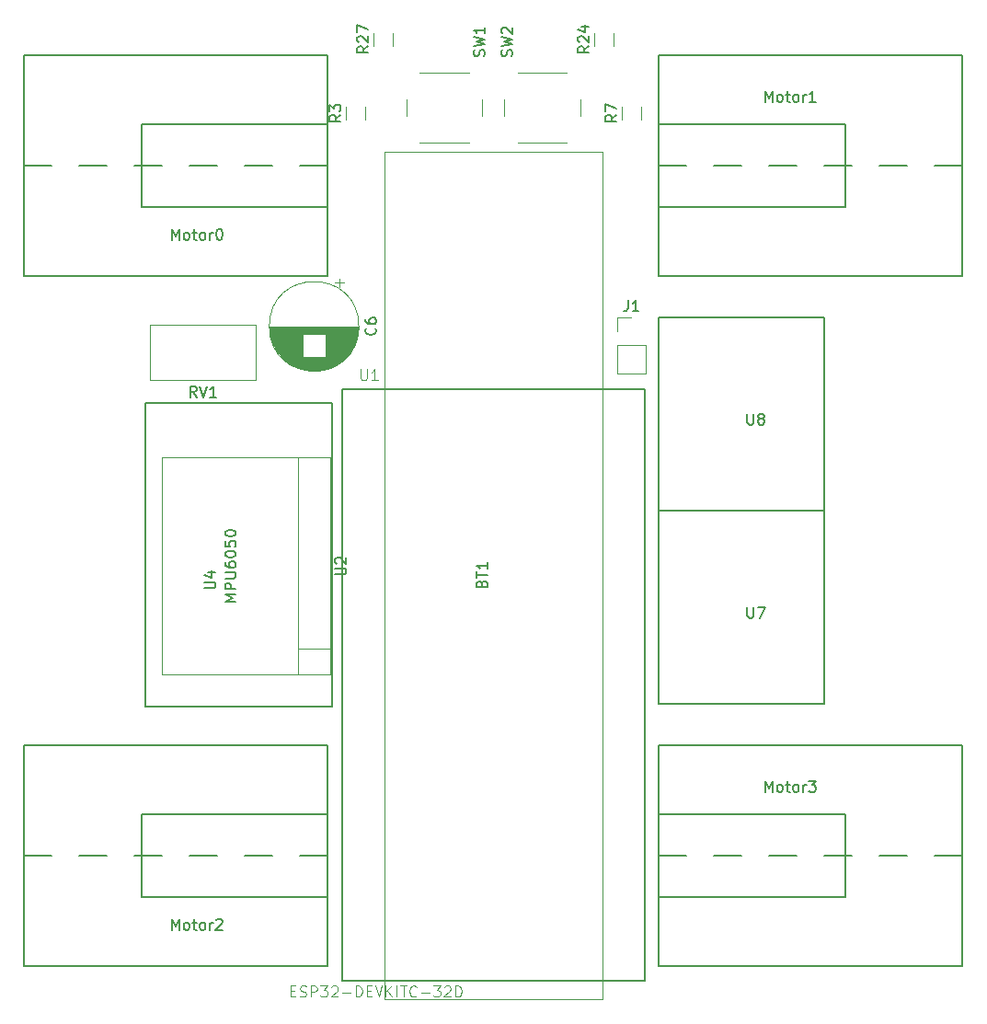
<source format=gbr>
G04 #@! TF.GenerationSoftware,KiCad,Pcbnew,(5.1.5)-3*
G04 #@! TF.CreationDate,2020-03-20T16:20:26+01:00*
G04 #@! TF.ProjectId,SmootherBoard,536d6f6f-7468-4657-9242-6f6172642e6b,rev?*
G04 #@! TF.SameCoordinates,Original*
G04 #@! TF.FileFunction,Legend,Top*
G04 #@! TF.FilePolarity,Positive*
%FSLAX46Y46*%
G04 Gerber Fmt 4.6, Leading zero omitted, Abs format (unit mm)*
G04 Created by KiCad (PCBNEW (5.1.5)-3) date 2020-03-20 16:20:26*
%MOMM*%
%LPD*%
G04 APERTURE LIST*
%ADD10C,0.120000*%
%ADD11C,0.150000*%
%ADD12C,0.127000*%
%ADD13C,0.050000*%
G04 APERTURE END LIST*
D10*
X213300000Y-86300000D02*
X214630000Y-86300000D01*
X213300000Y-87630000D02*
X213300000Y-86300000D01*
X213300000Y-88900000D02*
X215960000Y-88900000D01*
X215960000Y-88900000D02*
X215960000Y-91500000D01*
X213300000Y-88900000D02*
X213300000Y-91500000D01*
X213300000Y-91500000D02*
X215960000Y-91500000D01*
D11*
X242570000Y-135890000D02*
X245110000Y-135890000D01*
X237490000Y-135890000D02*
X240030000Y-135890000D01*
X232410000Y-135890000D02*
X234950000Y-135890000D01*
X227330000Y-135890000D02*
X229870000Y-135890000D01*
X222250000Y-135890000D02*
X224790000Y-135890000D01*
X217170000Y-135890000D02*
X219710000Y-135890000D01*
X245110000Y-146050000D02*
X217170000Y-146050000D01*
X245110000Y-125730000D02*
X245110000Y-146050000D01*
X217170000Y-125730000D02*
X245110000Y-125730000D01*
X217170000Y-125730000D02*
X217170000Y-146050000D01*
X217170000Y-139065000D02*
X217170000Y-132080000D01*
X234315000Y-139700000D02*
X217170000Y-139700000D01*
X234315000Y-132080000D02*
X234315000Y-139700000D01*
X217170000Y-132080000D02*
X234315000Y-132080000D01*
X161290000Y-135890000D02*
X158750000Y-135890000D01*
X166370000Y-135890000D02*
X163830000Y-135890000D01*
X171450000Y-135890000D02*
X168910000Y-135890000D01*
X176530000Y-135890000D02*
X173990000Y-135890000D01*
X181610000Y-135890000D02*
X179070000Y-135890000D01*
X186690000Y-135890000D02*
X184150000Y-135890000D01*
X158750000Y-125730000D02*
X186690000Y-125730000D01*
X158750000Y-146050000D02*
X158750000Y-125730000D01*
X186690000Y-146050000D02*
X158750000Y-146050000D01*
X186690000Y-146050000D02*
X186690000Y-125730000D01*
X186690000Y-132715000D02*
X186690000Y-139700000D01*
X169545000Y-132080000D02*
X186690000Y-132080000D01*
X169545000Y-139700000D02*
X169545000Y-132080000D01*
X186690000Y-139700000D02*
X169545000Y-139700000D01*
X242570000Y-72390000D02*
X245110000Y-72390000D01*
X237490000Y-72390000D02*
X240030000Y-72390000D01*
X232410000Y-72390000D02*
X234950000Y-72390000D01*
X227330000Y-72390000D02*
X229870000Y-72390000D01*
X222250000Y-72390000D02*
X224790000Y-72390000D01*
X217170000Y-72390000D02*
X219710000Y-72390000D01*
X245110000Y-82550000D02*
X217170000Y-82550000D01*
X245110000Y-62230000D02*
X245110000Y-82550000D01*
X217170000Y-62230000D02*
X245110000Y-62230000D01*
X217170000Y-62230000D02*
X217170000Y-82550000D01*
X217170000Y-75565000D02*
X217170000Y-68580000D01*
X234315000Y-76200000D02*
X217170000Y-76200000D01*
X234315000Y-68580000D02*
X234315000Y-76200000D01*
X217170000Y-68580000D02*
X234315000Y-68580000D01*
X161290000Y-72390000D02*
X158750000Y-72390000D01*
X166370000Y-72390000D02*
X163830000Y-72390000D01*
X171450000Y-72390000D02*
X168910000Y-72390000D01*
X176530000Y-72390000D02*
X173990000Y-72390000D01*
X181610000Y-72390000D02*
X179070000Y-72390000D01*
X186690000Y-72390000D02*
X184150000Y-72390000D01*
X158750000Y-62230000D02*
X186690000Y-62230000D01*
X158750000Y-82550000D02*
X158750000Y-62230000D01*
X186690000Y-82550000D02*
X158750000Y-82550000D01*
X186690000Y-82550000D02*
X186690000Y-62230000D01*
X186690000Y-69215000D02*
X186690000Y-76200000D01*
X169545000Y-68580000D02*
X186690000Y-68580000D01*
X169545000Y-76200000D02*
X169545000Y-68580000D01*
X186690000Y-76200000D02*
X169545000Y-76200000D01*
D10*
X188135000Y-83140302D02*
X187335000Y-83140302D01*
X187735000Y-82740302D02*
X187735000Y-83540302D01*
X185953000Y-91231000D02*
X184887000Y-91231000D01*
X186188000Y-91191000D02*
X184652000Y-91191000D01*
X186368000Y-91151000D02*
X184472000Y-91151000D01*
X186518000Y-91111000D02*
X184322000Y-91111000D01*
X186649000Y-91071000D02*
X184191000Y-91071000D01*
X186766000Y-91031000D02*
X184074000Y-91031000D01*
X186873000Y-90991000D02*
X183967000Y-90991000D01*
X186972000Y-90951000D02*
X183868000Y-90951000D01*
X187065000Y-90911000D02*
X183775000Y-90911000D01*
X187151000Y-90871000D02*
X183689000Y-90871000D01*
X187233000Y-90831000D02*
X183607000Y-90831000D01*
X187310000Y-90791000D02*
X183530000Y-90791000D01*
X187384000Y-90751000D02*
X183456000Y-90751000D01*
X187454000Y-90711000D02*
X183386000Y-90711000D01*
X187522000Y-90671000D02*
X183318000Y-90671000D01*
X187586000Y-90631000D02*
X183254000Y-90631000D01*
X187648000Y-90591000D02*
X183192000Y-90591000D01*
X187707000Y-90551000D02*
X183133000Y-90551000D01*
X187765000Y-90511000D02*
X183075000Y-90511000D01*
X187820000Y-90471000D02*
X183020000Y-90471000D01*
X187874000Y-90431000D02*
X182966000Y-90431000D01*
X187925000Y-90391000D02*
X182915000Y-90391000D01*
X187976000Y-90351000D02*
X182864000Y-90351000D01*
X188024000Y-90311000D02*
X182816000Y-90311000D01*
X188071000Y-90271000D02*
X182769000Y-90271000D01*
X188117000Y-90231000D02*
X182723000Y-90231000D01*
X188161000Y-90191000D02*
X182679000Y-90191000D01*
X188204000Y-90151000D02*
X182636000Y-90151000D01*
X188246000Y-90111000D02*
X182594000Y-90111000D01*
X188287000Y-90071000D02*
X182553000Y-90071000D01*
X188327000Y-90031000D02*
X182513000Y-90031000D01*
X188365000Y-89991000D02*
X182475000Y-89991000D01*
X188403000Y-89951000D02*
X182437000Y-89951000D01*
X184380000Y-89911000D02*
X182401000Y-89911000D01*
X188439000Y-89911000D02*
X186460000Y-89911000D01*
X184380000Y-89871000D02*
X182365000Y-89871000D01*
X188475000Y-89871000D02*
X186460000Y-89871000D01*
X184380000Y-89831000D02*
X182330000Y-89831000D01*
X188510000Y-89831000D02*
X186460000Y-89831000D01*
X184380000Y-89791000D02*
X182296000Y-89791000D01*
X188544000Y-89791000D02*
X186460000Y-89791000D01*
X184380000Y-89751000D02*
X182264000Y-89751000D01*
X188576000Y-89751000D02*
X186460000Y-89751000D01*
X184380000Y-89711000D02*
X182231000Y-89711000D01*
X188609000Y-89711000D02*
X186460000Y-89711000D01*
X184380000Y-89671000D02*
X182200000Y-89671000D01*
X188640000Y-89671000D02*
X186460000Y-89671000D01*
X184380000Y-89631000D02*
X182170000Y-89631000D01*
X188670000Y-89631000D02*
X186460000Y-89631000D01*
X184380000Y-89591000D02*
X182140000Y-89591000D01*
X188700000Y-89591000D02*
X186460000Y-89591000D01*
X184380000Y-89551000D02*
X182111000Y-89551000D01*
X188729000Y-89551000D02*
X186460000Y-89551000D01*
X184380000Y-89511000D02*
X182082000Y-89511000D01*
X188758000Y-89511000D02*
X186460000Y-89511000D01*
X184380000Y-89471000D02*
X182055000Y-89471000D01*
X188785000Y-89471000D02*
X186460000Y-89471000D01*
X184380000Y-89431000D02*
X182028000Y-89431000D01*
X188812000Y-89431000D02*
X186460000Y-89431000D01*
X184380000Y-89391000D02*
X182002000Y-89391000D01*
X188838000Y-89391000D02*
X186460000Y-89391000D01*
X184380000Y-89351000D02*
X181976000Y-89351000D01*
X188864000Y-89351000D02*
X186460000Y-89351000D01*
X184380000Y-89311000D02*
X181951000Y-89311000D01*
X188889000Y-89311000D02*
X186460000Y-89311000D01*
X184380000Y-89271000D02*
X181927000Y-89271000D01*
X188913000Y-89271000D02*
X186460000Y-89271000D01*
X184380000Y-89231000D02*
X181903000Y-89231000D01*
X188937000Y-89231000D02*
X186460000Y-89231000D01*
X184380000Y-89191000D02*
X181880000Y-89191000D01*
X188960000Y-89191000D02*
X186460000Y-89191000D01*
X184380000Y-89151000D02*
X181858000Y-89151000D01*
X188982000Y-89151000D02*
X186460000Y-89151000D01*
X184380000Y-89111000D02*
X181836000Y-89111000D01*
X189004000Y-89111000D02*
X186460000Y-89111000D01*
X184380000Y-89071000D02*
X181814000Y-89071000D01*
X189026000Y-89071000D02*
X186460000Y-89071000D01*
X184380000Y-89031000D02*
X181793000Y-89031000D01*
X189047000Y-89031000D02*
X186460000Y-89031000D01*
X184380000Y-88991000D02*
X181773000Y-88991000D01*
X189067000Y-88991000D02*
X186460000Y-88991000D01*
X184380000Y-88951000D02*
X181754000Y-88951000D01*
X189086000Y-88951000D02*
X186460000Y-88951000D01*
X184380000Y-88911000D02*
X181734000Y-88911000D01*
X189106000Y-88911000D02*
X186460000Y-88911000D01*
X184380000Y-88871000D02*
X181716000Y-88871000D01*
X189124000Y-88871000D02*
X186460000Y-88871000D01*
X184380000Y-88831000D02*
X181698000Y-88831000D01*
X189142000Y-88831000D02*
X186460000Y-88831000D01*
X184380000Y-88791000D02*
X181680000Y-88791000D01*
X189160000Y-88791000D02*
X186460000Y-88791000D01*
X184380000Y-88751000D02*
X181663000Y-88751000D01*
X189177000Y-88751000D02*
X186460000Y-88751000D01*
X184380000Y-88711000D02*
X181646000Y-88711000D01*
X189194000Y-88711000D02*
X186460000Y-88711000D01*
X184380000Y-88671000D02*
X181630000Y-88671000D01*
X189210000Y-88671000D02*
X186460000Y-88671000D01*
X184380000Y-88631000D02*
X181615000Y-88631000D01*
X189225000Y-88631000D02*
X186460000Y-88631000D01*
X184380000Y-88591000D02*
X181599000Y-88591000D01*
X189241000Y-88591000D02*
X186460000Y-88591000D01*
X184380000Y-88551000D02*
X181585000Y-88551000D01*
X189255000Y-88551000D02*
X186460000Y-88551000D01*
X184380000Y-88511000D02*
X181570000Y-88511000D01*
X189270000Y-88511000D02*
X186460000Y-88511000D01*
X184380000Y-88471000D02*
X181557000Y-88471000D01*
X189283000Y-88471000D02*
X186460000Y-88471000D01*
X184380000Y-88431000D02*
X181543000Y-88431000D01*
X189297000Y-88431000D02*
X186460000Y-88431000D01*
X184380000Y-88391000D02*
X181531000Y-88391000D01*
X189309000Y-88391000D02*
X186460000Y-88391000D01*
X184380000Y-88351000D02*
X181518000Y-88351000D01*
X189322000Y-88351000D02*
X186460000Y-88351000D01*
X184380000Y-88311000D02*
X181506000Y-88311000D01*
X189334000Y-88311000D02*
X186460000Y-88311000D01*
X184380000Y-88271000D02*
X181495000Y-88271000D01*
X189345000Y-88271000D02*
X186460000Y-88271000D01*
X184380000Y-88231000D02*
X181484000Y-88231000D01*
X189356000Y-88231000D02*
X186460000Y-88231000D01*
X184380000Y-88191000D02*
X181473000Y-88191000D01*
X189367000Y-88191000D02*
X186460000Y-88191000D01*
X184380000Y-88151000D02*
X181463000Y-88151000D01*
X189377000Y-88151000D02*
X186460000Y-88151000D01*
X184380000Y-88111000D02*
X181453000Y-88111000D01*
X189387000Y-88111000D02*
X186460000Y-88111000D01*
X184380000Y-88071000D02*
X181444000Y-88071000D01*
X189396000Y-88071000D02*
X186460000Y-88071000D01*
X184380000Y-88031000D02*
X181435000Y-88031000D01*
X189405000Y-88031000D02*
X186460000Y-88031000D01*
X184380000Y-87991000D02*
X181426000Y-87991000D01*
X189414000Y-87991000D02*
X186460000Y-87991000D01*
X184380000Y-87951000D02*
X181418000Y-87951000D01*
X189422000Y-87951000D02*
X186460000Y-87951000D01*
X184380000Y-87911000D02*
X181410000Y-87911000D01*
X189430000Y-87911000D02*
X186460000Y-87911000D01*
X184380000Y-87871000D02*
X181403000Y-87871000D01*
X189437000Y-87871000D02*
X186460000Y-87871000D01*
X189444000Y-87830000D02*
X181396000Y-87830000D01*
X189450000Y-87790000D02*
X181390000Y-87790000D01*
X189457000Y-87750000D02*
X181383000Y-87750000D01*
X189462000Y-87710000D02*
X181378000Y-87710000D01*
X189468000Y-87670000D02*
X181372000Y-87670000D01*
X189472000Y-87630000D02*
X181368000Y-87630000D01*
X189477000Y-87590000D02*
X181363000Y-87590000D01*
X189481000Y-87550000D02*
X181359000Y-87550000D01*
X189485000Y-87510000D02*
X181355000Y-87510000D01*
X189488000Y-87470000D02*
X181352000Y-87470000D01*
X189491000Y-87430000D02*
X181349000Y-87430000D01*
X189494000Y-87390000D02*
X181346000Y-87390000D01*
X189496000Y-87350000D02*
X181344000Y-87350000D01*
X189497000Y-87310000D02*
X181343000Y-87310000D01*
X189499000Y-87270000D02*
X181341000Y-87270000D01*
X189500000Y-87230000D02*
X181340000Y-87230000D01*
X189500000Y-87190000D02*
X181340000Y-87190000D01*
X189500000Y-87150000D02*
X181340000Y-87150000D01*
X189540000Y-87150000D02*
G75*
G03X189540000Y-87150000I-4120000J0D01*
G01*
D12*
X215880000Y-147340000D02*
X187980000Y-147340000D01*
X215880000Y-92940000D02*
X215880000Y-147340000D01*
X187980000Y-92940000D02*
X215880000Y-92940000D01*
X187980000Y-147340000D02*
X187980000Y-92940000D01*
D10*
X192680000Y-61344564D02*
X192680000Y-60140436D01*
X190860000Y-61344564D02*
X190860000Y-60140436D01*
X213000000Y-61344564D02*
X213000000Y-60140436D01*
X211180000Y-61344564D02*
X211180000Y-60140436D01*
D11*
X232410000Y-86360000D02*
X217170000Y-86360000D01*
X232410000Y-104140000D02*
X232410000Y-86360000D01*
X217170000Y-104140000D02*
X232410000Y-104140000D01*
X217170000Y-86360000D02*
X217170000Y-104140000D01*
X232410000Y-104140000D02*
X217170000Y-104140000D01*
X232410000Y-121920000D02*
X232410000Y-104140000D01*
X217170000Y-121920000D02*
X232410000Y-121920000D01*
X217170000Y-104140000D02*
X217170000Y-121920000D01*
X187071000Y-122174000D02*
X169926000Y-122174000D01*
X187071000Y-94234000D02*
X187071000Y-122174000D01*
X169926000Y-94234000D02*
X187071000Y-94234000D01*
X169926000Y-122174000D02*
X169926000Y-94234000D01*
D10*
X171420000Y-119210000D02*
X183920000Y-119210000D01*
X183920000Y-99230000D02*
X171420000Y-99230000D01*
X183920000Y-116840000D02*
X183920000Y-99230000D01*
X183920000Y-119210000D02*
X183920000Y-116840000D01*
X183920000Y-116840000D02*
X186920000Y-116840000D01*
X186920000Y-119210000D02*
X183920000Y-119210000D01*
X186920000Y-99230000D02*
X186920000Y-119210000D01*
X183920000Y-99230000D02*
X186920000Y-99230000D01*
X171420000Y-119210000D02*
X171420000Y-99230000D01*
X209950000Y-67770000D02*
X209950000Y-66270000D01*
X208700000Y-63770000D02*
X204200000Y-63770000D01*
X202950000Y-66270000D02*
X202950000Y-67770000D01*
X204200000Y-70270000D02*
X208700000Y-70270000D01*
X200910000Y-67770000D02*
X200910000Y-66270000D01*
X199660000Y-63770000D02*
X195160000Y-63770000D01*
X193910000Y-66270000D02*
X193910000Y-67770000D01*
X195160000Y-70270000D02*
X199660000Y-70270000D01*
X170310000Y-92075000D02*
X170310000Y-87005000D01*
X180080000Y-92075000D02*
X180080000Y-87005000D01*
X180080000Y-87005000D02*
X170310000Y-87005000D01*
X180080000Y-92075000D02*
X170310000Y-92075000D01*
X215540000Y-68129564D02*
X215540000Y-66925436D01*
X213720000Y-68129564D02*
X213720000Y-66925436D01*
X190140000Y-68129564D02*
X190140000Y-66925436D01*
X188320000Y-68129564D02*
X188320000Y-66925436D01*
X211980000Y-71050000D02*
X211980000Y-149050000D01*
X211980000Y-149050000D02*
X191880000Y-149050000D01*
X191880000Y-149050000D02*
X191880000Y-71050000D01*
X191880000Y-71050000D02*
X211980000Y-71050000D01*
D11*
X214296666Y-84752380D02*
X214296666Y-85466666D01*
X214249047Y-85609523D01*
X214153809Y-85704761D01*
X214010952Y-85752380D01*
X213915714Y-85752380D01*
X215296666Y-85752380D02*
X214725238Y-85752380D01*
X215010952Y-85752380D02*
X215010952Y-84752380D01*
X214915714Y-84895238D01*
X214820476Y-84990476D01*
X214725238Y-85038095D01*
X226925476Y-129992380D02*
X226925476Y-128992380D01*
X227258809Y-129706666D01*
X227592142Y-128992380D01*
X227592142Y-129992380D01*
X228211190Y-129992380D02*
X228115952Y-129944761D01*
X228068333Y-129897142D01*
X228020714Y-129801904D01*
X228020714Y-129516190D01*
X228068333Y-129420952D01*
X228115952Y-129373333D01*
X228211190Y-129325714D01*
X228354047Y-129325714D01*
X228449285Y-129373333D01*
X228496904Y-129420952D01*
X228544523Y-129516190D01*
X228544523Y-129801904D01*
X228496904Y-129897142D01*
X228449285Y-129944761D01*
X228354047Y-129992380D01*
X228211190Y-129992380D01*
X228830238Y-129325714D02*
X229211190Y-129325714D01*
X228973095Y-128992380D02*
X228973095Y-129849523D01*
X229020714Y-129944761D01*
X229115952Y-129992380D01*
X229211190Y-129992380D01*
X229687380Y-129992380D02*
X229592142Y-129944761D01*
X229544523Y-129897142D01*
X229496904Y-129801904D01*
X229496904Y-129516190D01*
X229544523Y-129420952D01*
X229592142Y-129373333D01*
X229687380Y-129325714D01*
X229830238Y-129325714D01*
X229925476Y-129373333D01*
X229973095Y-129420952D01*
X230020714Y-129516190D01*
X230020714Y-129801904D01*
X229973095Y-129897142D01*
X229925476Y-129944761D01*
X229830238Y-129992380D01*
X229687380Y-129992380D01*
X230449285Y-129992380D02*
X230449285Y-129325714D01*
X230449285Y-129516190D02*
X230496904Y-129420952D01*
X230544523Y-129373333D01*
X230639761Y-129325714D01*
X230735000Y-129325714D01*
X230973095Y-128992380D02*
X231592142Y-128992380D01*
X231258809Y-129373333D01*
X231401666Y-129373333D01*
X231496904Y-129420952D01*
X231544523Y-129468571D01*
X231592142Y-129563809D01*
X231592142Y-129801904D01*
X231544523Y-129897142D01*
X231496904Y-129944761D01*
X231401666Y-129992380D01*
X231115952Y-129992380D01*
X231020714Y-129944761D01*
X230973095Y-129897142D01*
X172315476Y-142692380D02*
X172315476Y-141692380D01*
X172648809Y-142406666D01*
X172982142Y-141692380D01*
X172982142Y-142692380D01*
X173601190Y-142692380D02*
X173505952Y-142644761D01*
X173458333Y-142597142D01*
X173410714Y-142501904D01*
X173410714Y-142216190D01*
X173458333Y-142120952D01*
X173505952Y-142073333D01*
X173601190Y-142025714D01*
X173744047Y-142025714D01*
X173839285Y-142073333D01*
X173886904Y-142120952D01*
X173934523Y-142216190D01*
X173934523Y-142501904D01*
X173886904Y-142597142D01*
X173839285Y-142644761D01*
X173744047Y-142692380D01*
X173601190Y-142692380D01*
X174220238Y-142025714D02*
X174601190Y-142025714D01*
X174363095Y-141692380D02*
X174363095Y-142549523D01*
X174410714Y-142644761D01*
X174505952Y-142692380D01*
X174601190Y-142692380D01*
X175077380Y-142692380D02*
X174982142Y-142644761D01*
X174934523Y-142597142D01*
X174886904Y-142501904D01*
X174886904Y-142216190D01*
X174934523Y-142120952D01*
X174982142Y-142073333D01*
X175077380Y-142025714D01*
X175220238Y-142025714D01*
X175315476Y-142073333D01*
X175363095Y-142120952D01*
X175410714Y-142216190D01*
X175410714Y-142501904D01*
X175363095Y-142597142D01*
X175315476Y-142644761D01*
X175220238Y-142692380D01*
X175077380Y-142692380D01*
X175839285Y-142692380D02*
X175839285Y-142025714D01*
X175839285Y-142216190D02*
X175886904Y-142120952D01*
X175934523Y-142073333D01*
X176029761Y-142025714D01*
X176125000Y-142025714D01*
X176410714Y-141787619D02*
X176458333Y-141740000D01*
X176553571Y-141692380D01*
X176791666Y-141692380D01*
X176886904Y-141740000D01*
X176934523Y-141787619D01*
X176982142Y-141882857D01*
X176982142Y-141978095D01*
X176934523Y-142120952D01*
X176363095Y-142692380D01*
X176982142Y-142692380D01*
X226925476Y-66492380D02*
X226925476Y-65492380D01*
X227258809Y-66206666D01*
X227592142Y-65492380D01*
X227592142Y-66492380D01*
X228211190Y-66492380D02*
X228115952Y-66444761D01*
X228068333Y-66397142D01*
X228020714Y-66301904D01*
X228020714Y-66016190D01*
X228068333Y-65920952D01*
X228115952Y-65873333D01*
X228211190Y-65825714D01*
X228354047Y-65825714D01*
X228449285Y-65873333D01*
X228496904Y-65920952D01*
X228544523Y-66016190D01*
X228544523Y-66301904D01*
X228496904Y-66397142D01*
X228449285Y-66444761D01*
X228354047Y-66492380D01*
X228211190Y-66492380D01*
X228830238Y-65825714D02*
X229211190Y-65825714D01*
X228973095Y-65492380D02*
X228973095Y-66349523D01*
X229020714Y-66444761D01*
X229115952Y-66492380D01*
X229211190Y-66492380D01*
X229687380Y-66492380D02*
X229592142Y-66444761D01*
X229544523Y-66397142D01*
X229496904Y-66301904D01*
X229496904Y-66016190D01*
X229544523Y-65920952D01*
X229592142Y-65873333D01*
X229687380Y-65825714D01*
X229830238Y-65825714D01*
X229925476Y-65873333D01*
X229973095Y-65920952D01*
X230020714Y-66016190D01*
X230020714Y-66301904D01*
X229973095Y-66397142D01*
X229925476Y-66444761D01*
X229830238Y-66492380D01*
X229687380Y-66492380D01*
X230449285Y-66492380D02*
X230449285Y-65825714D01*
X230449285Y-66016190D02*
X230496904Y-65920952D01*
X230544523Y-65873333D01*
X230639761Y-65825714D01*
X230735000Y-65825714D01*
X231592142Y-66492380D02*
X231020714Y-66492380D01*
X231306428Y-66492380D02*
X231306428Y-65492380D01*
X231211190Y-65635238D01*
X231115952Y-65730476D01*
X231020714Y-65778095D01*
X172315476Y-79192380D02*
X172315476Y-78192380D01*
X172648809Y-78906666D01*
X172982142Y-78192380D01*
X172982142Y-79192380D01*
X173601190Y-79192380D02*
X173505952Y-79144761D01*
X173458333Y-79097142D01*
X173410714Y-79001904D01*
X173410714Y-78716190D01*
X173458333Y-78620952D01*
X173505952Y-78573333D01*
X173601190Y-78525714D01*
X173744047Y-78525714D01*
X173839285Y-78573333D01*
X173886904Y-78620952D01*
X173934523Y-78716190D01*
X173934523Y-79001904D01*
X173886904Y-79097142D01*
X173839285Y-79144761D01*
X173744047Y-79192380D01*
X173601190Y-79192380D01*
X174220238Y-78525714D02*
X174601190Y-78525714D01*
X174363095Y-78192380D02*
X174363095Y-79049523D01*
X174410714Y-79144761D01*
X174505952Y-79192380D01*
X174601190Y-79192380D01*
X175077380Y-79192380D02*
X174982142Y-79144761D01*
X174934523Y-79097142D01*
X174886904Y-79001904D01*
X174886904Y-78716190D01*
X174934523Y-78620952D01*
X174982142Y-78573333D01*
X175077380Y-78525714D01*
X175220238Y-78525714D01*
X175315476Y-78573333D01*
X175363095Y-78620952D01*
X175410714Y-78716190D01*
X175410714Y-79001904D01*
X175363095Y-79097142D01*
X175315476Y-79144761D01*
X175220238Y-79192380D01*
X175077380Y-79192380D01*
X175839285Y-79192380D02*
X175839285Y-78525714D01*
X175839285Y-78716190D02*
X175886904Y-78620952D01*
X175934523Y-78573333D01*
X176029761Y-78525714D01*
X176125000Y-78525714D01*
X176648809Y-78192380D02*
X176744047Y-78192380D01*
X176839285Y-78240000D01*
X176886904Y-78287619D01*
X176934523Y-78382857D01*
X176982142Y-78573333D01*
X176982142Y-78811428D01*
X176934523Y-79001904D01*
X176886904Y-79097142D01*
X176839285Y-79144761D01*
X176744047Y-79192380D01*
X176648809Y-79192380D01*
X176553571Y-79144761D01*
X176505952Y-79097142D01*
X176458333Y-79001904D01*
X176410714Y-78811428D01*
X176410714Y-78573333D01*
X176458333Y-78382857D01*
X176505952Y-78287619D01*
X176553571Y-78240000D01*
X176648809Y-78192380D01*
X191027142Y-87316666D02*
X191074761Y-87364285D01*
X191122380Y-87507142D01*
X191122380Y-87602380D01*
X191074761Y-87745238D01*
X190979523Y-87840476D01*
X190884285Y-87888095D01*
X190693809Y-87935714D01*
X190550952Y-87935714D01*
X190360476Y-87888095D01*
X190265238Y-87840476D01*
X190170000Y-87745238D01*
X190122380Y-87602380D01*
X190122380Y-87507142D01*
X190170000Y-87364285D01*
X190217619Y-87316666D01*
X190122380Y-86459523D02*
X190122380Y-86650000D01*
X190170000Y-86745238D01*
X190217619Y-86792857D01*
X190360476Y-86888095D01*
X190550952Y-86935714D01*
X190931904Y-86935714D01*
X191027142Y-86888095D01*
X191074761Y-86840476D01*
X191122380Y-86745238D01*
X191122380Y-86554761D01*
X191074761Y-86459523D01*
X191027142Y-86411904D01*
X190931904Y-86364285D01*
X190693809Y-86364285D01*
X190598571Y-86411904D01*
X190550952Y-86459523D01*
X190503333Y-86554761D01*
X190503333Y-86745238D01*
X190550952Y-86840476D01*
X190598571Y-86888095D01*
X190693809Y-86935714D01*
D13*
X189703398Y-91096167D02*
X189703398Y-91906006D01*
X189751035Y-92001282D01*
X189798673Y-92048919D01*
X189893948Y-92096557D01*
X190084499Y-92096557D01*
X190179774Y-92048919D01*
X190227411Y-92001282D01*
X190275049Y-91906006D01*
X190275049Y-91096167D01*
X191275439Y-92096557D02*
X190703788Y-92096557D01*
X190989613Y-92096557D02*
X190989613Y-91096167D01*
X190894338Y-91239080D01*
X190799063Y-91334355D01*
X190703788Y-91381993D01*
X183252141Y-148312996D02*
X183585825Y-148312996D01*
X183728832Y-148837355D02*
X183252141Y-148837355D01*
X183252141Y-147836305D01*
X183728832Y-147836305D01*
X184110184Y-148789686D02*
X184253191Y-148837355D01*
X184491536Y-148837355D01*
X184586875Y-148789686D01*
X184634544Y-148742017D01*
X184682213Y-148646679D01*
X184682213Y-148551341D01*
X184634544Y-148456003D01*
X184586875Y-148408334D01*
X184491536Y-148360665D01*
X184300860Y-148312996D01*
X184205522Y-148265327D01*
X184157853Y-148217658D01*
X184110184Y-148122320D01*
X184110184Y-148026982D01*
X184157853Y-147931644D01*
X184205522Y-147883975D01*
X184300860Y-147836305D01*
X184539205Y-147836305D01*
X184682213Y-147883975D01*
X185111234Y-148837355D02*
X185111234Y-147836305D01*
X185492586Y-147836305D01*
X185587925Y-147883975D01*
X185635594Y-147931644D01*
X185683263Y-148026982D01*
X185683263Y-148169989D01*
X185635594Y-148265327D01*
X185587925Y-148312996D01*
X185492586Y-148360665D01*
X185111234Y-148360665D01*
X186016946Y-147836305D02*
X186636644Y-147836305D01*
X186302960Y-148217658D01*
X186445967Y-148217658D01*
X186541305Y-148265327D01*
X186588975Y-148312996D01*
X186636644Y-148408334D01*
X186636644Y-148646679D01*
X186588975Y-148742017D01*
X186541305Y-148789686D01*
X186445967Y-148837355D01*
X186159953Y-148837355D01*
X186064615Y-148789686D01*
X186016946Y-148742017D01*
X187017996Y-147931644D02*
X187065665Y-147883975D01*
X187161003Y-147836305D01*
X187399348Y-147836305D01*
X187494686Y-147883975D01*
X187542355Y-147931644D01*
X187590025Y-148026982D01*
X187590025Y-148122320D01*
X187542355Y-148265327D01*
X186970327Y-148837355D01*
X187590025Y-148837355D01*
X188019046Y-148456003D02*
X188781751Y-148456003D01*
X189258441Y-148837355D02*
X189258441Y-147836305D01*
X189496786Y-147836305D01*
X189639794Y-147883975D01*
X189735132Y-147979313D01*
X189782801Y-148074651D01*
X189830470Y-148265327D01*
X189830470Y-148408334D01*
X189782801Y-148599010D01*
X189735132Y-148694348D01*
X189639794Y-148789686D01*
X189496786Y-148837355D01*
X189258441Y-148837355D01*
X190259491Y-148312996D02*
X190593175Y-148312996D01*
X190736182Y-148837355D02*
X190259491Y-148837355D01*
X190259491Y-147836305D01*
X190736182Y-147836305D01*
X191022196Y-147836305D02*
X191355879Y-148837355D01*
X191689563Y-147836305D01*
X192023246Y-148837355D02*
X192023246Y-147836305D01*
X192595275Y-148837355D02*
X192166253Y-148265327D01*
X192595275Y-147836305D02*
X192023246Y-148408334D01*
X193024296Y-148837355D02*
X193024296Y-147836305D01*
X193357979Y-147836305D02*
X193930008Y-147836305D01*
X193643994Y-148837355D02*
X193643994Y-147836305D01*
X194835720Y-148742017D02*
X194788051Y-148789686D01*
X194645044Y-148837355D01*
X194549705Y-148837355D01*
X194406698Y-148789686D01*
X194311360Y-148694348D01*
X194263691Y-148599010D01*
X194216022Y-148408334D01*
X194216022Y-148265327D01*
X194263691Y-148074651D01*
X194311360Y-147979313D01*
X194406698Y-147883975D01*
X194549705Y-147836305D01*
X194645044Y-147836305D01*
X194788051Y-147883975D01*
X194835720Y-147931644D01*
X195264741Y-148456003D02*
X196027446Y-148456003D01*
X196408798Y-147836305D02*
X197028496Y-147836305D01*
X196694813Y-148217658D01*
X196837820Y-148217658D01*
X196933158Y-148265327D01*
X196980827Y-148312996D01*
X197028496Y-148408334D01*
X197028496Y-148646679D01*
X196980827Y-148742017D01*
X196933158Y-148789686D01*
X196837820Y-148837355D01*
X196551805Y-148837355D01*
X196456467Y-148789686D01*
X196408798Y-148742017D01*
X197409848Y-147931644D02*
X197457517Y-147883975D01*
X197552855Y-147836305D01*
X197791201Y-147836305D01*
X197886539Y-147883975D01*
X197934208Y-147931644D01*
X197981877Y-148026982D01*
X197981877Y-148122320D01*
X197934208Y-148265327D01*
X197362179Y-148837355D01*
X197981877Y-148837355D01*
X198410898Y-148837355D02*
X198410898Y-147836305D01*
X198649244Y-147836305D01*
X198792251Y-147883975D01*
X198887589Y-147979313D01*
X198935258Y-148074651D01*
X198982927Y-148265327D01*
X198982927Y-148408334D01*
X198935258Y-148599010D01*
X198887589Y-148694348D01*
X198792251Y-148789686D01*
X198649244Y-148837355D01*
X198410898Y-148837355D01*
D11*
X190402380Y-61385357D02*
X189926190Y-61718690D01*
X190402380Y-61956785D02*
X189402380Y-61956785D01*
X189402380Y-61575833D01*
X189450000Y-61480595D01*
X189497619Y-61432976D01*
X189592857Y-61385357D01*
X189735714Y-61385357D01*
X189830952Y-61432976D01*
X189878571Y-61480595D01*
X189926190Y-61575833D01*
X189926190Y-61956785D01*
X189497619Y-61004404D02*
X189450000Y-60956785D01*
X189402380Y-60861547D01*
X189402380Y-60623452D01*
X189450000Y-60528214D01*
X189497619Y-60480595D01*
X189592857Y-60432976D01*
X189688095Y-60432976D01*
X189830952Y-60480595D01*
X190402380Y-61052023D01*
X190402380Y-60432976D01*
X189402380Y-60099642D02*
X189402380Y-59432976D01*
X190402380Y-59861547D01*
X210722380Y-61385357D02*
X210246190Y-61718690D01*
X210722380Y-61956785D02*
X209722380Y-61956785D01*
X209722380Y-61575833D01*
X209770000Y-61480595D01*
X209817619Y-61432976D01*
X209912857Y-61385357D01*
X210055714Y-61385357D01*
X210150952Y-61432976D01*
X210198571Y-61480595D01*
X210246190Y-61575833D01*
X210246190Y-61956785D01*
X209817619Y-61004404D02*
X209770000Y-60956785D01*
X209722380Y-60861547D01*
X209722380Y-60623452D01*
X209770000Y-60528214D01*
X209817619Y-60480595D01*
X209912857Y-60432976D01*
X210008095Y-60432976D01*
X210150952Y-60480595D01*
X210722380Y-61052023D01*
X210722380Y-60432976D01*
X210055714Y-59575833D02*
X210722380Y-59575833D01*
X209674761Y-59813928D02*
X210389047Y-60052023D01*
X210389047Y-59432976D01*
X225298095Y-95202380D02*
X225298095Y-96011904D01*
X225345714Y-96107142D01*
X225393333Y-96154761D01*
X225488571Y-96202380D01*
X225679047Y-96202380D01*
X225774285Y-96154761D01*
X225821904Y-96107142D01*
X225869523Y-96011904D01*
X225869523Y-95202380D01*
X226488571Y-95630952D02*
X226393333Y-95583333D01*
X226345714Y-95535714D01*
X226298095Y-95440476D01*
X226298095Y-95392857D01*
X226345714Y-95297619D01*
X226393333Y-95250000D01*
X226488571Y-95202380D01*
X226679047Y-95202380D01*
X226774285Y-95250000D01*
X226821904Y-95297619D01*
X226869523Y-95392857D01*
X226869523Y-95440476D01*
X226821904Y-95535714D01*
X226774285Y-95583333D01*
X226679047Y-95630952D01*
X226488571Y-95630952D01*
X226393333Y-95678571D01*
X226345714Y-95726190D01*
X226298095Y-95821428D01*
X226298095Y-96011904D01*
X226345714Y-96107142D01*
X226393333Y-96154761D01*
X226488571Y-96202380D01*
X226679047Y-96202380D01*
X226774285Y-96154761D01*
X226821904Y-96107142D01*
X226869523Y-96011904D01*
X226869523Y-95821428D01*
X226821904Y-95726190D01*
X226774285Y-95678571D01*
X226679047Y-95630952D01*
X225298095Y-112982380D02*
X225298095Y-113791904D01*
X225345714Y-113887142D01*
X225393333Y-113934761D01*
X225488571Y-113982380D01*
X225679047Y-113982380D01*
X225774285Y-113934761D01*
X225821904Y-113887142D01*
X225869523Y-113791904D01*
X225869523Y-112982380D01*
X226250476Y-112982380D02*
X226917142Y-112982380D01*
X226488571Y-113982380D01*
X175347380Y-111251904D02*
X176156904Y-111251904D01*
X176252142Y-111204285D01*
X176299761Y-111156666D01*
X176347380Y-111061428D01*
X176347380Y-110870952D01*
X176299761Y-110775714D01*
X176252142Y-110728095D01*
X176156904Y-110680476D01*
X175347380Y-110680476D01*
X175680714Y-109775714D02*
X176347380Y-109775714D01*
X175299761Y-110013809D02*
X176014047Y-110251904D01*
X176014047Y-109632857D01*
X187372380Y-109981904D02*
X188181904Y-109981904D01*
X188277142Y-109934285D01*
X188324761Y-109886666D01*
X188372380Y-109791428D01*
X188372380Y-109600952D01*
X188324761Y-109505714D01*
X188277142Y-109458095D01*
X188181904Y-109410476D01*
X187372380Y-109410476D01*
X187467619Y-108981904D02*
X187420000Y-108934285D01*
X187372380Y-108839047D01*
X187372380Y-108600952D01*
X187420000Y-108505714D01*
X187467619Y-108458095D01*
X187562857Y-108410476D01*
X187658095Y-108410476D01*
X187800952Y-108458095D01*
X188372380Y-109029523D01*
X188372380Y-108410476D01*
X178222380Y-112481904D02*
X177222380Y-112481904D01*
X177936666Y-112148571D01*
X177222380Y-111815238D01*
X178222380Y-111815238D01*
X178222380Y-111339047D02*
X177222380Y-111339047D01*
X177222380Y-110958095D01*
X177270000Y-110862857D01*
X177317619Y-110815238D01*
X177412857Y-110767619D01*
X177555714Y-110767619D01*
X177650952Y-110815238D01*
X177698571Y-110862857D01*
X177746190Y-110958095D01*
X177746190Y-111339047D01*
X177222380Y-110339047D02*
X178031904Y-110339047D01*
X178127142Y-110291428D01*
X178174761Y-110243809D01*
X178222380Y-110148571D01*
X178222380Y-109958095D01*
X178174761Y-109862857D01*
X178127142Y-109815238D01*
X178031904Y-109767619D01*
X177222380Y-109767619D01*
X177222380Y-108862857D02*
X177222380Y-109053333D01*
X177270000Y-109148571D01*
X177317619Y-109196190D01*
X177460476Y-109291428D01*
X177650952Y-109339047D01*
X178031904Y-109339047D01*
X178127142Y-109291428D01*
X178174761Y-109243809D01*
X178222380Y-109148571D01*
X178222380Y-108958095D01*
X178174761Y-108862857D01*
X178127142Y-108815238D01*
X178031904Y-108767619D01*
X177793809Y-108767619D01*
X177698571Y-108815238D01*
X177650952Y-108862857D01*
X177603333Y-108958095D01*
X177603333Y-109148571D01*
X177650952Y-109243809D01*
X177698571Y-109291428D01*
X177793809Y-109339047D01*
X177222380Y-108148571D02*
X177222380Y-108053333D01*
X177270000Y-107958095D01*
X177317619Y-107910476D01*
X177412857Y-107862857D01*
X177603333Y-107815238D01*
X177841428Y-107815238D01*
X178031904Y-107862857D01*
X178127142Y-107910476D01*
X178174761Y-107958095D01*
X178222380Y-108053333D01*
X178222380Y-108148571D01*
X178174761Y-108243809D01*
X178127142Y-108291428D01*
X178031904Y-108339047D01*
X177841428Y-108386666D01*
X177603333Y-108386666D01*
X177412857Y-108339047D01*
X177317619Y-108291428D01*
X177270000Y-108243809D01*
X177222380Y-108148571D01*
X177222380Y-106910476D02*
X177222380Y-107386666D01*
X177698571Y-107434285D01*
X177650952Y-107386666D01*
X177603333Y-107291428D01*
X177603333Y-107053333D01*
X177650952Y-106958095D01*
X177698571Y-106910476D01*
X177793809Y-106862857D01*
X178031904Y-106862857D01*
X178127142Y-106910476D01*
X178174761Y-106958095D01*
X178222380Y-107053333D01*
X178222380Y-107291428D01*
X178174761Y-107386666D01*
X178127142Y-107434285D01*
X177222380Y-106243809D02*
X177222380Y-106148571D01*
X177270000Y-106053333D01*
X177317619Y-106005714D01*
X177412857Y-105958095D01*
X177603333Y-105910476D01*
X177841428Y-105910476D01*
X178031904Y-105958095D01*
X178127142Y-106005714D01*
X178174761Y-106053333D01*
X178222380Y-106148571D01*
X178222380Y-106243809D01*
X178174761Y-106339047D01*
X178127142Y-106386666D01*
X178031904Y-106434285D01*
X177841428Y-106481904D01*
X177603333Y-106481904D01*
X177412857Y-106434285D01*
X177317619Y-106386666D01*
X177270000Y-106339047D01*
X177222380Y-106243809D01*
X203604761Y-62293333D02*
X203652380Y-62150476D01*
X203652380Y-61912380D01*
X203604761Y-61817142D01*
X203557142Y-61769523D01*
X203461904Y-61721904D01*
X203366666Y-61721904D01*
X203271428Y-61769523D01*
X203223809Y-61817142D01*
X203176190Y-61912380D01*
X203128571Y-62102857D01*
X203080952Y-62198095D01*
X203033333Y-62245714D01*
X202938095Y-62293333D01*
X202842857Y-62293333D01*
X202747619Y-62245714D01*
X202700000Y-62198095D01*
X202652380Y-62102857D01*
X202652380Y-61864761D01*
X202700000Y-61721904D01*
X202652380Y-61388571D02*
X203652380Y-61150476D01*
X202938095Y-60960000D01*
X203652380Y-60769523D01*
X202652380Y-60531428D01*
X202747619Y-60198095D02*
X202700000Y-60150476D01*
X202652380Y-60055238D01*
X202652380Y-59817142D01*
X202700000Y-59721904D01*
X202747619Y-59674285D01*
X202842857Y-59626666D01*
X202938095Y-59626666D01*
X203080952Y-59674285D01*
X203652380Y-60245714D01*
X203652380Y-59626666D01*
X201064761Y-62293333D02*
X201112380Y-62150476D01*
X201112380Y-61912380D01*
X201064761Y-61817142D01*
X201017142Y-61769523D01*
X200921904Y-61721904D01*
X200826666Y-61721904D01*
X200731428Y-61769523D01*
X200683809Y-61817142D01*
X200636190Y-61912380D01*
X200588571Y-62102857D01*
X200540952Y-62198095D01*
X200493333Y-62245714D01*
X200398095Y-62293333D01*
X200302857Y-62293333D01*
X200207619Y-62245714D01*
X200160000Y-62198095D01*
X200112380Y-62102857D01*
X200112380Y-61864761D01*
X200160000Y-61721904D01*
X200112380Y-61388571D02*
X201112380Y-61150476D01*
X200398095Y-60960000D01*
X201112380Y-60769523D01*
X200112380Y-60531428D01*
X201112380Y-59626666D02*
X201112380Y-60198095D01*
X201112380Y-59912380D02*
X200112380Y-59912380D01*
X200255238Y-60007619D01*
X200350476Y-60102857D01*
X200398095Y-60198095D01*
X174599761Y-93657380D02*
X174266428Y-93181190D01*
X174028333Y-93657380D02*
X174028333Y-92657380D01*
X174409285Y-92657380D01*
X174504523Y-92705000D01*
X174552142Y-92752619D01*
X174599761Y-92847857D01*
X174599761Y-92990714D01*
X174552142Y-93085952D01*
X174504523Y-93133571D01*
X174409285Y-93181190D01*
X174028333Y-93181190D01*
X174885476Y-92657380D02*
X175218809Y-93657380D01*
X175552142Y-92657380D01*
X176409285Y-93657380D02*
X175837857Y-93657380D01*
X176123571Y-93657380D02*
X176123571Y-92657380D01*
X176028333Y-92800238D01*
X175933095Y-92895476D01*
X175837857Y-92943095D01*
X213262380Y-67694166D02*
X212786190Y-68027500D01*
X213262380Y-68265595D02*
X212262380Y-68265595D01*
X212262380Y-67884642D01*
X212310000Y-67789404D01*
X212357619Y-67741785D01*
X212452857Y-67694166D01*
X212595714Y-67694166D01*
X212690952Y-67741785D01*
X212738571Y-67789404D01*
X212786190Y-67884642D01*
X212786190Y-68265595D01*
X212262380Y-67360833D02*
X212262380Y-66694166D01*
X213262380Y-67122738D01*
X187862380Y-67694166D02*
X187386190Y-68027500D01*
X187862380Y-68265595D02*
X186862380Y-68265595D01*
X186862380Y-67884642D01*
X186910000Y-67789404D01*
X186957619Y-67741785D01*
X187052857Y-67694166D01*
X187195714Y-67694166D01*
X187290952Y-67741785D01*
X187338571Y-67789404D01*
X187386190Y-67884642D01*
X187386190Y-68265595D01*
X186862380Y-67360833D02*
X186862380Y-66741785D01*
X187243333Y-67075119D01*
X187243333Y-66932261D01*
X187290952Y-66837023D01*
X187338571Y-66789404D01*
X187433809Y-66741785D01*
X187671904Y-66741785D01*
X187767142Y-66789404D01*
X187814761Y-66837023D01*
X187862380Y-66932261D01*
X187862380Y-67217976D01*
X187814761Y-67313214D01*
X187767142Y-67360833D01*
X200858571Y-110835714D02*
X200906190Y-110692857D01*
X200953809Y-110645238D01*
X201049047Y-110597619D01*
X201191904Y-110597619D01*
X201287142Y-110645238D01*
X201334761Y-110692857D01*
X201382380Y-110788095D01*
X201382380Y-111169047D01*
X200382380Y-111169047D01*
X200382380Y-110835714D01*
X200430000Y-110740476D01*
X200477619Y-110692857D01*
X200572857Y-110645238D01*
X200668095Y-110645238D01*
X200763333Y-110692857D01*
X200810952Y-110740476D01*
X200858571Y-110835714D01*
X200858571Y-111169047D01*
X200382380Y-110311904D02*
X200382380Y-109740476D01*
X201382380Y-110026190D02*
X200382380Y-110026190D01*
X201382380Y-108883333D02*
X201382380Y-109454761D01*
X201382380Y-109169047D02*
X200382380Y-109169047D01*
X200525238Y-109264285D01*
X200620476Y-109359523D01*
X200668095Y-109454761D01*
M02*

</source>
